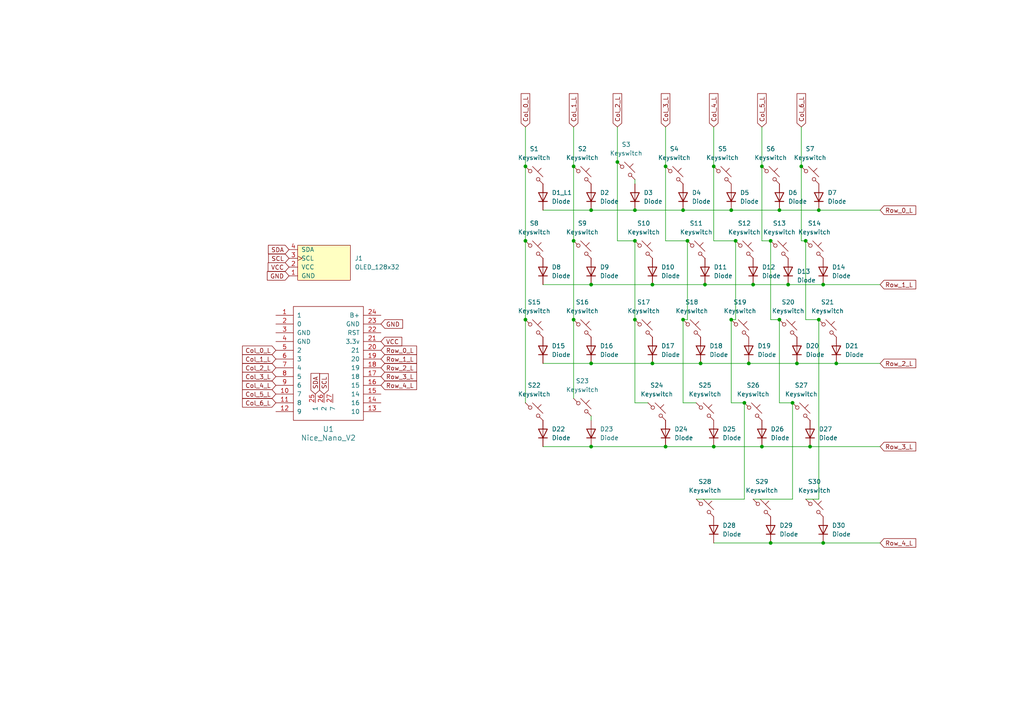
<source format=kicad_sch>
(kicad_sch (version 20250114) (generator "eeschema") (generator_version "9.0")
  (paper "A4")
  (lib_symbols
    (symbol "ScottoKeebs:MCU_Nice_Nano_V2" (pin_names (offset 1.016))
      (property "Reference" "U" (at 0 0 0))
      (property "Value" "Nice_Nano_V2" (at 0 -19.05 0))
      (symbol "MCU_Nice_Nano_V2_0_1"
        (rectangle (start -10.16 16.51) (end 10.16 -16.51))
      )
      (symbol "MCU_Nice_Nano_V2_1_1"
        (pin input line (at -15.24 13.97 0) (length 5.08) (name "1") (number "1"))
        (pin input line (at -15.24 11.43 0) (length 5.08) (name "0") (number "2"))
        (pin input line (at -15.24 8.89 0) (length 5.08) (name "GND") (number "3"))
        (pin input line (at -15.24 6.35 0) (length 5.08) (name "GND") (number "4"))
        (pin input line (at -15.24 3.81 0) (length 5.08) (name "2") (number "5"))
        (pin input line (at -15.24 1.27 0) (length 5.08) (name "3") (number "6"))
        (pin input line (at -15.24 -1.27 0) (length 5.08) (name "4") (number "7"))
        (pin input line (at -15.24 -3.81 0) (length 5.08) (name "5") (number "8"))
        (pin input line (at -15.24 -6.35 0) (length 5.08) (name "6") (number "9"))
        (pin input line (at -15.24 -8.89 0) (length 5.08) (name "7") (number "10"))
        (pin input line (at -15.24 -11.43 0) (length 5.08) (name "8") (number "11"))
        (pin input line (at -15.24 -13.97 0) (length 5.08) (name "9") (number "12"))
        (pin input line (at -3.81 -8.89 270) (length 2.5) (name "1") (number "25"))
        (pin input line (at -1.27 -8.89 270) (length 2.5) (name "2") (number "26"))
        (pin input line (at 1.27 -8.89 270) (length 2.5) (name "7") (number "27"))
        (pin input line (at 15.24 13.97 180) (length 5.08) (name "B+") (number "24"))
        (pin input line (at 15.24 11.43 180) (length 5.08) (name "GND") (number "23"))
        (pin input line (at 15.24 8.89 180) (length 5.08) (name "RST") (number "22"))
        (pin input line (at 15.24 6.35 180) (length 5.08) (name "3.3v") (number "21"))
        (pin input line (at 15.24 3.81 180) (length 5.08) (name "21") (number "20"))
        (pin input line (at 15.24 1.27 180) (length 5.08) (name "20") (number "19"))
        (pin input line (at 15.24 -1.27 180) (length 5.08) (name "19") (number "18"))
        (pin input line (at 15.24 -3.81 180) (length 5.08) (name "18") (number "17"))
        (pin input line (at 15.24 -6.35 180) (length 5.08) (name "15") (number "16"))
        (pin input line (at 15.24 -8.89 180) (length 5.08) (name "14") (number "15"))
        (pin input line (at 15.24 -11.43 180) (length 5.08) (name "16") (number "14"))
        (pin input line (at 15.24 -13.97 180) (length 5.08) (name "10") (number "13"))
      )
    )
    (symbol "ScottoKeebs:OLED_128x32" (pin_names (offset 1.016))
      (property "Reference" "J" (at 0 -6.35 0))
      (property "Value" "OLED_128x32" (at 0 6.35 0))
      (symbol "OLED_128x32_0_1"
        (rectangle (start 0 5.08) (end 15.24 -5.08) (fill (type background)))
      )
      (symbol "OLED_128x32_1_1"
        (pin bidirectional line (at -2.54 3.81 0) (length 2.54) (name "SDA") (number "4"))
        (pin input clock (at -2.54 1.27 0) (length 2.54) (name "SCL") (number "3"))
        (pin power_in line (at -2.54 -1.27 0) (length 2.54) (name "VCC") (number "2"))
        (pin power_in line (at -2.54 -3.81 0) (length 2.54) (name "GND") (number "1"))
      )
    )
    (symbol "ScottoKeebs:Placeholder_Diode" (pin_numbers (hide yes)) (pin_names (hide yes))
      (property "Reference" "D" (at 0 2.54 0))
      (property "Value" "Diode" (at 0 -2.54 0))
      (symbol "Placeholder_Diode_0_1"
        (polyline (pts (xy -1.27 1.27) (xy -1.27 -1.27)) (stroke (width 0.254)))
        (polyline (pts (xy 1.27 1.27) (xy 1.27 -1.27) (xy -1.27 0) (xy 1.27 1.27)) (stroke (width 0.254)))
        (polyline (pts (xy 1.27 0) (xy -1.27 0)))
      )
      (symbol "Placeholder_Diode_1_1"
        (pin passive line (at -3.81 0 0) (length 2.54) (name "K") (number "1"))
        (pin passive line (at 3.81 0 180) (length 2.54) (name "A") (number "2"))
      )
    )
    (symbol "ScottoKeebs:Placeholder_Keyswitch" (pin_numbers (hide yes)) (pin_names (offset 1.016) (hide yes))
      (property "Reference" "S" (at 3.048 1.016 0))
      (property "Value" "Keyswitch" (at 0 -3.81 0))
      (symbol "Placeholder_Keyswitch_0_1"
        (polyline (pts (xy -2.54 2.54) (xy -1.524 1.524) (xy -1.524 1.524)))
        (circle (center -1.1684 1.1684) (radius 0.508))
        (polyline (pts (xy -0.508 2.54) (xy 2.54 -0.508)))
        (polyline (pts (xy 1.016 1.016) (xy 2.032 2.032)))
        (circle (center 1.143 -1.1938) (radius 0.508))
        (polyline (pts (xy 1.524 -1.524) (xy 2.54 -2.54) (xy 2.54 -2.54) (xy 2.54 -2.54)))
        (pin passive line (at -2.54 2.54 0) (length 0) (name "1") (number "1"))
        (pin passive line (at 2.54 -2.54 180) (length 0) (name "2") (number "2"))
      )
    )
  )
  (junction (at 217.17 105.41))
  (junction (at 212.09 60.96))
  (junction (at 233.68 69.85))
  (junction (at 238.76 82.55))
  (junction (at 184.15 60.96))
  (junction (at 218.44 82.55))
  (junction (at 166.37 92.71))
  (junction (at 152.4 69.85))
  (junction (at 213.36 69.85))
  (junction (at 203.2 105.41))
  (junction (at 223.52 157.48))
  (junction (at 229.87 116.84))
  (junction (at 189.23 82.55))
  (junction (at 223.52 69.85))
  (junction (at 204.47 82.55))
  (junction (at 184.15 69.85))
  (junction (at 232.41 48.26))
  (junction (at 226.06 60.96))
  (junction (at 171.45 105.41))
  (junction (at 184.15 92.71))
  (junction (at 199.39 69.85))
  (junction (at 166.37 48.26))
  (junction (at 231.14 105.41))
  (junction (at 193.04 129.54))
  (junction (at 237.49 60.96))
  (junction (at 237.49 92.71))
  (junction (at 220.98 48.26))
  (junction (at 238.76 157.48))
  (junction (at 171.45 129.54))
  (junction (at 189.23 105.41))
  (junction (at 171.45 82.55))
  (junction (at 234.95 129.54))
  (junction (at 152.4 92.71))
  (junction (at 207.01 48.26))
  (junction (at 198.12 92.71))
  (junction (at 228.6 82.55))
  (junction (at 226.06 92.71))
  (junction (at 207.01 129.54))
  (junction (at 179.07 46.99))
  (junction (at 193.04 48.26))
  (junction (at 171.45 60.96))
  (junction (at 152.4 48.26))
  (junction (at 215.9 116.84))
  (junction (at 220.98 129.54))
  (junction (at 212.09 92.71))
  (junction (at 242.57 105.41))
  (junction (at 198.12 60.96))
  (junction (at 166.37 69.85))
  (wire (pts (xy 193.04 129.54) (xy 207.01 129.54)))
  (wire (pts (xy 237.49 144.78) (xy 233.68 144.78)))
  (wire (pts (xy 231.14 105.41) (xy 242.57 105.41)))
  (wire (pts (xy 237.49 92.71) (xy 237.49 144.78)))
  (wire (pts (xy 212.09 116.84) (xy 215.9 116.84)))
  (wire (pts (xy 171.45 121.92) (xy 171.45 120.65)))
  (wire (pts (xy 179.07 36.83) (xy 179.07 46.99)))
  (wire (pts (xy 212.09 60.96) (xy 226.06 60.96)))
  (wire (pts (xy 171.45 60.96) (xy 184.15 60.96)))
  (wire (pts (xy 220.98 48.26) (xy 220.98 69.85)))
  (wire (pts (xy 232.41 36.83) (xy 232.41 48.26)))
  (wire (pts (xy 207.01 129.54) (xy 220.98 129.54)))
  (wire (pts (xy 207.01 69.85) (xy 213.36 69.85)))
  (wire (pts (xy 242.57 105.41) (xy 255.27 105.41)))
  (wire (pts (xy 207.01 48.26) (xy 207.01 69.85)))
  (wire (pts (xy 220.98 129.54) (xy 234.95 129.54)))
  (wire (pts (xy 223.52 157.48) (xy 238.76 157.48)))
  (wire (pts (xy 226.06 116.84) (xy 229.87 116.84)))
  (wire (pts (xy 233.68 69.85) (xy 233.68 92.71)))
  (wire (pts (xy 157.48 129.54) (xy 171.45 129.54)))
  (wire (pts (xy 184.15 53.34) (xy 184.15 52.07)))
  (wire (pts (xy 199.39 69.85) (xy 199.39 92.71)))
  (wire (pts (xy 184.15 69.85) (xy 184.15 92.71)))
  (wire (pts (xy 212.09 92.71) (xy 212.09 116.84)))
  (wire (pts (xy 198.12 116.84) (xy 201.93 116.84)))
  (wire (pts (xy 189.23 82.55) (xy 204.47 82.55)))
  (wire (pts (xy 233.68 92.71) (xy 237.49 92.71)))
  (wire (pts (xy 213.36 92.71) (xy 212.09 92.71)))
  (wire (pts (xy 152.4 69.85) (xy 152.4 92.71)))
  (wire (pts (xy 229.87 116.84) (xy 229.87 144.78)))
  (wire (pts (xy 203.2 105.41) (xy 217.17 105.41)))
  (wire (pts (xy 184.15 116.84) (xy 187.96 116.84)))
  (wire (pts (xy 157.48 60.96) (xy 171.45 60.96)))
  (wire (pts (xy 184.15 92.71) (xy 184.15 116.84)))
  (wire (pts (xy 232.41 48.26) (xy 232.41 69.85)))
  (wire (pts (xy 193.04 48.26) (xy 193.04 69.85)))
  (wire (pts (xy 207.01 36.83) (xy 207.01 48.26)))
  (wire (pts (xy 193.04 69.85) (xy 199.39 69.85)))
  (wire (pts (xy 226.06 92.71) (xy 226.06 116.84)))
  (wire (pts (xy 171.45 82.55) (xy 189.23 82.55)))
  (wire (pts (xy 226.06 60.96) (xy 237.49 60.96)))
  (wire (pts (xy 234.95 129.54) (xy 255.27 129.54)))
  (wire (pts (xy 220.98 69.85) (xy 223.52 69.85)))
  (wire (pts (xy 166.37 48.26) (xy 166.37 69.85)))
  (wire (pts (xy 238.76 157.48) (xy 255.27 157.48)))
  (wire (pts (xy 215.9 116.84) (xy 215.9 144.78)))
  (wire (pts (xy 157.48 82.55) (xy 171.45 82.55)))
  (wire (pts (xy 232.41 69.85) (xy 233.68 69.85)))
  (wire (pts (xy 193.04 36.83) (xy 193.04 48.26)))
  (wire (pts (xy 213.36 69.85) (xy 213.36 92.71)))
  (wire (pts (xy 223.52 69.85) (xy 223.52 92.71)))
  (wire (pts (xy 198.12 60.96) (xy 212.09 60.96)))
  (wire (pts (xy 166.37 92.71) (xy 166.37 115.57)))
  (wire (pts (xy 220.98 36.83) (xy 220.98 48.26)))
  (wire (pts (xy 179.07 69.85) (xy 184.15 69.85)))
  (wire (pts (xy 166.37 36.83) (xy 166.37 48.26)))
  (wire (pts (xy 171.45 129.54) (xy 193.04 129.54)))
  (wire (pts (xy 198.12 92.71) (xy 198.12 116.84)))
  (wire (pts (xy 215.9 144.78) (xy 201.93 144.78)))
  (wire (pts (xy 171.45 105.41) (xy 189.23 105.41)))
  (wire (pts (xy 228.6 82.55) (xy 238.76 82.55)))
  (wire (pts (xy 217.17 105.41) (xy 231.14 105.41)))
  (wire (pts (xy 223.52 92.71) (xy 226.06 92.71)))
  (wire (pts (xy 199.39 92.71) (xy 198.12 92.71)))
  (wire (pts (xy 152.4 48.26) (xy 152.4 69.85)))
  (wire (pts (xy 166.37 69.85) (xy 166.37 92.71)))
  (wire (pts (xy 238.76 82.55) (xy 255.27 82.55)))
  (wire (pts (xy 204.47 82.55) (xy 218.44 82.55)))
  (wire (pts (xy 207.01 157.48) (xy 223.52 157.48)))
  (wire (pts (xy 189.23 105.41) (xy 203.2 105.41)))
  (wire (pts (xy 184.15 60.96) (xy 198.12 60.96)))
  (wire (pts (xy 229.87 144.78) (xy 218.44 144.78)))
  (wire (pts (xy 157.48 105.41) (xy 171.45 105.41)))
  (wire (pts (xy 237.49 60.96) (xy 255.27 60.96)))
  (wire (pts (xy 218.44 82.55) (xy 228.6 82.55)))
  (wire (pts (xy 152.4 36.83) (xy 152.4 48.26)))
  (wire (pts (xy 152.4 92.71) (xy 152.4 116.84)))
  (wire (pts (xy 179.07 46.99) (xy 179.07 69.85)))
  (global_label "Row_0_L" (shape input) (at 255.27 60.96 0) (property "Intersheetrefs" "${INTERSHEET_REFS}" (effects (hide yes))))
  (global_label "GND" (shape input) (at 110.49 93.98 0) (property "Intersheetrefs" "${INTERSHEET_REFS}" (effects (hide yes))))
  (global_label "Col_3_L" (shape input) (at 80.01 109.22 180) (property "Intersheetrefs" "${INTERSHEET_REFS}" (effects (hide yes))))
  (global_label "Col_1_L" (shape input) (at 166.37 36.83 90) (property "Intersheetrefs" "${INTERSHEET_REFS}" (effects (hide yes))))
  (global_label "Col_0_L" (shape input) (at 152.4 36.83 90) (property "Intersheetrefs" "${INTERSHEET_REFS}" (effects (hide yes))))
  (global_label "SCL" (shape input) (at 83.82 74.93 180) (property "Intersheetrefs" "${INTERSHEET_REFS}" (effects (hide yes))))
  (global_label "Row_3_L" (shape input) (at 255.27 129.54 0) (property "Intersheetrefs" "${INTERSHEET_REFS}" (effects (hide yes))))
  (global_label "Col_4_L" (shape input) (at 207.01 36.83 90) (property "Intersheetrefs" "${INTERSHEET_REFS}" (effects (hide yes))))
  (global_label "Row_2_L" (shape input) (at 255.27 105.41 0) (property "Intersheetrefs" "${INTERSHEET_REFS}" (effects (hide yes))))
  (global_label "SDA" (shape input) (at 83.82 72.39 180) (property "Intersheetrefs" "${INTERSHEET_REFS}" (effects (hide yes))))
  (global_label "Row_4_L" (shape input) (at 110.49 111.76 0) (property "Intersheetrefs" "${INTERSHEET_REFS}" (effects (hide yes))))
  (global_label "Col_5_L" (shape input) (at 220.98 36.83 90) (property "Intersheetrefs" "${INTERSHEET_REFS}" (effects (hide yes))))
  (global_label "Col_2_L" (shape input) (at 80.01 106.68 180) (property "Intersheetrefs" "${INTERSHEET_REFS}" (effects (hide yes))))
  (global_label "Col_5_L" (shape input) (at 80.01 114.3 180) (property "Intersheetrefs" "${INTERSHEET_REFS}" (effects (hide yes))))
  (global_label "VCC" (shape input) (at 110.49 99.06 0) (property "Intersheetrefs" "${INTERSHEET_REFS}" (effects (hide yes))))
  (global_label "Row_4_L" (shape input) (at 255.27 157.48 0) (property "Intersheetrefs" "${INTERSHEET_REFS}" (effects (hide yes))))
  (global_label "Col_4_L" (shape input) (at 80.01 111.76 180) (property "Intersheetrefs" "${INTERSHEET_REFS}" (effects (hide yes))))
  (global_label "Col_2_L" (shape input) (at 179.07 36.83 90) (property "Intersheetrefs" "${INTERSHEET_REFS}" (effects (hide yes))))
  (global_label "Col_1_L" (shape input) (at 80.01 104.14 180) (property "Intersheetrefs" "${INTERSHEET_REFS}" (effects (hide yes))))
  (global_label "SCL" (shape input) (at 93.98 114.3 90) (property "Intersheetrefs" "${INTERSHEET_REFS}" (effects (hide yes))))
  (global_label "SDA" (shape input) (at 91.44 114.3 90) (property "Intersheetrefs" "${INTERSHEET_REFS}" (effects (hide yes))))
  (global_label "GND" (shape input) (at 83.82 80.01 180) (property "Intersheetrefs" "${INTERSHEET_REFS}" (effects (hide yes))))
  (global_label "VCC" (shape input) (at 83.82 77.47 180) (property "Intersheetrefs" "${INTERSHEET_REFS}" (effects (hide yes))))
  (global_label "Row_1_L" (shape input) (at 255.27 82.55 0) (property "Intersheetrefs" "${INTERSHEET_REFS}" (effects (hide yes))))
  (global_label "Row_3_L" (shape input) (at 110.49 109.22 0) (property "Intersheetrefs" "${INTERSHEET_REFS}" (effects (hide yes))))
  (global_label "Row_0_L" (shape input) (at 110.49 101.6 0) (property "Intersheetrefs" "${INTERSHEET_REFS}" (effects (hide yes))))
  (global_label "Col_6_L" (shape input) (at 80.01 116.84 180) (property "Intersheetrefs" "${INTERSHEET_REFS}" (effects (hide yes))))
  (global_label "Col_3_L" (shape input) (at 193.04 36.83 90) (property "Intersheetrefs" "${INTERSHEET_REFS}" (effects (hide yes))))
  (global_label "Col_6_L" (shape input) (at 232.41 36.83 90) (property "Intersheetrefs" "${INTERSHEET_REFS}" (effects (hide yes))))
  (global_label "Row_2_L" (shape input) (at 110.49 106.68 0) (property "Intersheetrefs" "${INTERSHEET_REFS}" (effects (hide yes))))
  (global_label "Col_0_L" (shape input) (at 80.01 101.6 180) (property "Intersheetrefs" "${INTERSHEET_REFS}" (effects (hide yes))))
  (global_label "Row_1_L" (shape input) (at 110.49 104.14 0) (property "Intersheetrefs" "${INTERSHEET_REFS}" (effects (hide yes))))
  (symbol (lib_id "ScottoKeebs:Placeholder_Keyswitch") (at 223.52 50.8 0) (unit 1)
    (property "Reference" "S6" (at 223.52 43.18 0))
    (property "Value" "Keyswitch" (at 223.52 45.72 0))
    (property "Footprint" "ScottoKeebs_Choc:Choc_V2" (effects (hide yes)))
    (property "Description" "Push button switch, normally open, two pins, 45° tilted" (effects (hide yes)))
  )
  (symbol (lib_id "ScottoKeebs:Placeholder_Keyswitch") (at 218.44 119.38 0) (unit 1)
    (property "Reference" "S26" (at 218.44 111.76 0))
    (property "Value" "Keyswitch" (at 218.44 114.3 0))
    (property "Footprint" "ScottoKeebs_Choc:Choc_V2" (effects (hide yes)))
    (property "Description" "Push button switch, normally open, two pins, 45° tilted" (effects (hide yes)))
  )
  (symbol (lib_id "ScottoKeebs:Placeholder_Diode") (at 189.23 78.74 90) (unit 1)
    (property "Reference" "D10" (at 191.77 77.4699 90) (effects (justify right)))
    (property "Value" "Diode" (at 191.77 80.0099 90) (effects (justify right)))
    (property "Footprint" "Diode_SMD:D_SOD-123" (effects (hide yes)))
    (property "Description" "1N4148 (DO-35) or 1N4148W (SOD-123)" (effects (hide yes)))
    (property "Sim.Device" "D" (effects (hide yes)))
    (property "Sim.Pins" "1=K 2=A" (effects (hide yes)))
  )
  (symbol (lib_id "ScottoKeebs:Placeholder_Keyswitch") (at 154.94 72.39 0) (unit 1)
    (property "Reference" "S8" (at 154.94 64.77 0))
    (property "Value" "Keyswitch" (at 154.94 67.31 0))
    (property "Footprint" "ScottoKeebs_Choc:Choc_V2" (effects (hide yes)))
    (property "Description" "Push button switch, normally open, two pins, 45° tilted" (effects (hide yes)))
  )
  (symbol (lib_id "ScottoKeebs:Placeholder_Keyswitch") (at 204.47 119.38 0) (unit 1)
    (property "Reference" "S25" (at 204.47 111.76 0))
    (property "Value" "Keyswitch" (at 204.47 114.3 0))
    (property "Footprint" "ScottoKeebs_Choc:Choc_V2" (effects (hide yes)))
    (property "Description" "Push button switch, normally open, two pins, 45° tilted" (effects (hide yes)))
  )
  (symbol (lib_id "ScottoKeebs:Placeholder_Keyswitch") (at 232.41 119.38 0) (unit 1)
    (property "Reference" "S27" (at 232.41 111.76 0))
    (property "Value" "Keyswitch" (at 232.41 114.3 0))
    (property "Footprint" "ScottoKeebs_Choc:Choc_V2" (effects (hide yes)))
    (property "Description" "Push button switch, normally open, two pins, 45° tilted" (effects (hide yes)))
  )
  (symbol (lib_id "ScottoKeebs:Placeholder_Keyswitch") (at 154.94 119.38 0) (unit 1)
    (property "Reference" "S22" (at 154.94 111.76 0))
    (property "Value" "Keyswitch" (at 154.94 114.3 0))
    (property "Footprint" "ScottoKeebs_Choc:Choc_V2" (effects (hide yes)))
    (property "Description" "Push button switch, normally open, two pins, 45° tilted" (effects (hide yes)))
  )
  (symbol (lib_id "ScottoKeebs:Placeholder_Diode") (at 203.2 101.6 90) (unit 1)
    (property "Reference" "D18" (at 205.74 100.3299 90) (effects (justify right)))
    (property "Value" "Diode" (at 205.74 102.8699 90) (effects (justify right)))
    (property "Footprint" "Diode_SMD:D_SOD-123" (effects (hide yes)))
    (property "Description" "1N4148 (DO-35) or 1N4148W (SOD-123)" (effects (hide yes)))
    (property "Sim.Device" "D" (effects (hide yes)))
    (property "Sim.Pins" "1=K 2=A" (effects (hide yes)))
  )
  (symbol (lib_id "ScottoKeebs:Placeholder_Keyswitch") (at 228.6 95.25 0) (unit 1)
    (property "Reference" "S20" (at 228.6 87.63 0))
    (property "Value" "Keyswitch" (at 228.6 90.17 0))
    (property "Footprint" "ScottoKeebs_Choc:Choc_V2" (effects (hide yes)))
    (property "Description" "Push button switch, normally open, two pins, 45° tilted" (effects (hide yes)))
  )
  (symbol (lib_id "ScottoKeebs:Placeholder_Keyswitch") (at 168.91 95.25 0) (unit 1)
    (property "Reference" "S16" (at 168.91 87.63 0))
    (property "Value" "Keyswitch" (at 168.91 90.17 0))
    (property "Footprint" "ScottoKeebs_Choc:Choc_V2" (effects (hide yes)))
    (property "Description" "Push button switch, normally open, two pins, 45° tilted" (effects (hide yes)))
  )
  (symbol (lib_id "ScottoKeebs:Placeholder_Keyswitch") (at 204.47 147.32 0) (unit 1)
    (property "Reference" "S28" (at 204.47 139.7 0))
    (property "Value" "Keyswitch" (at 204.47 142.24 0))
    (property "Footprint" "ScottoKeebs_Choc:Choc_V2" (effects (hide yes)))
    (property "Description" "Push button switch, normally open, two pins, 45° tilted" (effects (hide yes)))
  )
  (symbol (lib_id "ScottoKeebs:Placeholder_Diode") (at 204.47 78.74 90) (unit 1)
    (property "Reference" "D11" (at 207.01 77.4699 90) (effects (justify right)))
    (property "Value" "Diode" (at 207.01 80.0099 90) (effects (justify right)))
    (property "Footprint" "Diode_SMD:D_SOD-123" (effects (hide yes)))
    (property "Description" "1N4148 (DO-35) or 1N4148W (SOD-123)" (effects (hide yes)))
    (property "Sim.Device" "D" (effects (hide yes)))
    (property "Sim.Pins" "1=K 2=A" (effects (hide yes)))
  )
  (symbol (lib_id "ScottoKeebs:Placeholder_Keyswitch") (at 201.93 72.39 0) (unit 1)
    (property "Reference" "S11" (at 201.93 64.77 0))
    (property "Value" "Keyswitch" (at 201.93 67.31 0))
    (property "Footprint" "ScottoKeebs_Choc:Choc_V2" (effects (hide yes)))
    (property "Description" "Push button switch, normally open, two pins, 45° tilted" (effects (hide yes)))
  )
  (symbol (lib_id "ScottoKeebs:Placeholder_Diode") (at 184.15 57.15 90) (unit 1)
    (property "Reference" "D3" (at 186.69 55.8799 90) (effects (justify right)))
    (property "Value" "Diode" (at 186.69 58.4199 90) (effects (justify right)))
    (property "Footprint" "Diode_SMD:D_SOD-123" (effects (hide yes)))
    (property "Description" "1N4148 (DO-35) or 1N4148W (SOD-123)" (effects (hide yes)))
    (property "Sim.Device" "D" (effects (hide yes)))
    (property "Sim.Pins" "1=K 2=A" (effects (hide yes)))
  )
  (symbol (lib_id "ScottoKeebs:Placeholder_Keyswitch") (at 200.66 95.25 0) (unit 1)
    (property "Reference" "S18" (at 200.66 87.63 0))
    (property "Value" "Keyswitch" (at 200.66 90.17 0))
    (property "Footprint" "ScottoKeebs_Choc:Choc_V2" (effects (hide yes)))
    (property "Description" "Push button switch, normally open, two pins, 45° tilted" (effects (hide yes)))
  )
  (symbol (lib_id "ScottoKeebs:Placeholder_Keyswitch") (at 168.91 50.8 0) (unit 1)
    (property "Reference" "S2" (at 168.91 43.18 0))
    (property "Value" "Keyswitch" (at 168.91 45.72 0))
    (property "Footprint" "ScottoKeebs_Choc:Choc_V2" (effects (hide yes)))
    (property "Description" "Push button switch, normally open, two pins, 45° tilted" (effects (hide yes)))
  )
  (symbol (lib_id "ScottoKeebs:Placeholder_Keyswitch") (at 209.55 50.8 0) (unit 1)
    (property "Reference" "S5" (at 209.55 43.18 0))
    (property "Value" "Keyswitch" (at 209.55 45.72 0))
    (property "Footprint" "ScottoKeebs_Choc:Choc_V2" (effects (hide yes)))
    (property "Description" "Push button switch, normally open, two pins, 45° tilted" (effects (hide yes)))
  )
  (symbol (lib_id "ScottoKeebs:Placeholder_Keyswitch") (at 236.22 72.39 0) (unit 1)
    (property "Reference" "S14" (at 236.22 64.77 0))
    (property "Value" "Keyswitch" (at 236.22 67.31 0))
    (property "Footprint" "ScottoKeebs_Choc:Choc_V2" (effects (hide yes)))
    (property "Description" "Push button switch, normally open, two pins, 45° tilted" (effects (hide yes)))
  )
  (symbol (lib_id "ScottoKeebs:OLED_128x32") (at 86.36 76.2 0) (unit 1)
    (property "Reference" "J1" (at 102.87 74.9299 0) (effects (justify left)))
    (property "Value" "OLED_128x32" (at 102.87 77.4699 0) (effects (justify left)))
    (property "Footprint" "ScottoKeebs_Components:OLED_128x32" (effects (hide yes)))
  )
  (symbol (lib_id "ScottoKeebs:Placeholder_Diode") (at 223.52 153.67 90) (unit 1)
    (property "Reference" "D29" (at 226.06 152.3999 90) (effects (justify right)))
    (property "Value" "Diode" (at 226.06 154.9399 90) (effects (justify right)))
    (property "Footprint" "Diode_SMD:D_SOD-123" (effects (hide yes)))
    (property "Description" "1N4148 (DO-35) or 1N4148W (SOD-123)" (effects (hide yes)))
    (property "Sim.Device" "D" (effects (hide yes)))
    (property "Sim.Pins" "1=K 2=A" (effects (hide yes)))
  )
  (symbol (lib_id "ScottoKeebs:Placeholder_Keyswitch") (at 234.95 50.8 0) (unit 1)
    (property "Reference" "S7" (at 234.95 43.18 0))
    (property "Value" "Keyswitch" (at 234.95 45.72 0))
    (property "Footprint" "ScottoKeebs_Choc:Choc_V2" (effects (hide yes)))
    (property "Description" "Push button switch, normally open, two pins, 45° tilted" (effects (hide yes)))
  )
  (symbol (lib_id "ScottoKeebs:Placeholder_Diode") (at 226.06 57.15 90) (unit 1)
    (property "Reference" "D6" (at 228.6 55.8799 90) (effects (justify right)))
    (property "Value" "Diode" (at 228.6 58.4199 90) (effects (justify right)))
    (property "Footprint" "Diode_SMD:D_SOD-123" (effects (hide yes)))
    (property "Description" "1N4148 (DO-35) or 1N4148W (SOD-123)" (effects (hide yes)))
    (property "Sim.Device" "D" (effects (hide yes)))
    (property "Sim.Pins" "1=K 2=A" (effects (hide yes)))
  )
  (symbol (lib_id "ScottoKeebs:Placeholder_Keyswitch") (at 186.69 72.39 0) (unit 1)
    (property "Reference" "S10" (at 186.69 64.77 0))
    (property "Value" "Keyswitch" (at 186.69 67.31 0))
    (property "Footprint" "ScottoKeebs_Choc:Choc_V2" (effects (hide yes)))
    (property "Description" "Push button switch, normally open, two pins, 45° tilted" (effects (hide yes)))
  )
  (symbol (lib_id "ScottoKeebs:Placeholder_Diode") (at 242.57 101.6 90) (unit 1)
    (property "Reference" "D21" (at 245.11 100.3299 90) (effects (justify right)))
    (property "Value" "Diode" (at 245.11 102.8699 90) (effects (justify right)))
    (property "Footprint" "Diode_SMD:D_SOD-123" (effects (hide yes)))
    (property "Description" "1N4148 (DO-35) or 1N4148W (SOD-123)" (effects (hide yes)))
    (property "Sim.Device" "D" (effects (hide yes)))
    (property "Sim.Pins" "1=K 2=A" (effects (hide yes)))
  )
  (symbol (lib_id "ScottoKeebs:Placeholder_Keyswitch") (at 215.9 72.39 0) (unit 1)
    (property "Reference" "S12" (at 215.9 64.77 0))
    (property "Value" "Keyswitch" (at 215.9 67.31 0))
    (property "Footprint" "ScottoKeebs_Choc:Choc_V2" (effects (hide yes)))
    (property "Description" "Push button switch, normally open, two pins, 45° tilted" (effects (hide yes)))
  )
  (symbol (lib_id "ScottoKeebs:Placeholder_Keyswitch") (at 214.63 95.25 0) (unit 1)
    (property "Reference" "S19" (at 214.63 87.63 0))
    (property "Value" "Keyswitch" (at 214.63 90.17 0))
    (property "Footprint" "ScottoKeebs_Choc:Choc_V2" (effects (hide yes)))
    (property "Description" "Push button switch, normally open, two pins, 45° tilted" (effects (hide yes)))
  )
  (symbol (lib_id "ScottoKeebs:Placeholder_Diode") (at 198.12 57.15 90) (unit 1)
    (property "Reference" "D4" (at 200.66 55.8799 90) (effects (justify right)))
    (property "Value" "Diode" (at 200.66 58.4199 90) (effects (justify right)))
    (property "Footprint" "Diode_SMD:D_SOD-123" (effects (hide yes)))
    (property "Description" "1N4148 (DO-35) or 1N4148W (SOD-123)" (effects (hide yes)))
    (property "Sim.Device" "D" (effects (hide yes)))
    (property "Sim.Pins" "1=K 2=A" (effects (hide yes)))
  )
  (symbol (lib_id "ScottoKeebs:Placeholder_Keyswitch") (at 181.61 49.53 0) (unit 1)
    (property "Reference" "S3" (at 181.61 41.91 0))
    (property "Value" "Keyswitch" (at 181.61 44.45 0))
    (property "Footprint" "ScottoKeebs_Choc:Choc_V2" (effects (hide yes)))
    (property "Description" "Push button switch, normally open, two pins, 45° tilted" (effects (hide yes)))
  )
  (symbol (lib_id "ScottoKeebs:Placeholder_Diode") (at 171.45 57.15 90) (unit 1)
    (property "Reference" "D2" (at 173.99 55.8799 90) (effects (justify right)))
    (property "Value" "Diode" (at 173.99 58.4199 90) (effects (justify right)))
    (property "Footprint" "Diode_SMD:D_SOD-123" (effects (hide yes)))
    (property "Description" "1N4148 (DO-35) or 1N4148W (SOD-123)" (effects (hide yes)))
    (property "Sim.Device" "D" (effects (hide yes)))
    (property "Sim.Pins" "1=K 2=A" (effects (hide yes)))
  )
  (symbol (lib_id "ScottoKeebs:Placeholder_Keyswitch") (at 195.58 50.8 0) (unit 1)
    (property "Reference" "S4" (at 195.58 43.18 0))
    (property "Value" "Keyswitch" (at 195.58 45.72 0))
    (property "Footprint" "ScottoKeebs_Choc:Choc_V2" (effects (hide yes)))
    (property "Description" "Push button switch, normally open, two pins, 45° tilted" (effects (hide yes)))
  )
  (symbol (lib_id "ScottoKeebs:Placeholder_Keyswitch") (at 190.5 119.38 0) (unit 1)
    (property "Reference" "S24" (at 190.5 111.76 0))
    (property "Value" "Keyswitch" (at 190.5 114.3 0))
    (property "Footprint" "ScottoKeebs_Choc:Choc_V2" (effects (hide yes)))
    (property "Description" "Push button switch, normally open, two pins, 45° tilted" (effects (hide yes)))
  )
  (symbol (lib_id "ScottoKeebs:Placeholder_Keyswitch") (at 186.69 95.25 0) (unit 1)
    (property "Reference" "S17" (at 186.69 87.63 0))
    (property "Value" "Keyswitch" (at 186.69 90.17 0))
    (property "Footprint" "ScottoKeebs_Choc:Choc_V2" (effects (hide yes)))
    (property "Description" "Push button switch, normally open, two pins, 45° tilted" (effects (hide yes)))
  )
  (symbol (lib_id "ScottoKeebs:Placeholder_Diode") (at 212.09 57.15 90) (unit 1)
    (property "Reference" "D5" (at 214.63 55.8799 90) (effects (justify right)))
    (property "Value" "Diode" (at 214.63 58.4199 90) (effects (justify right)))
    (property "Footprint" "Diode_SMD:D_SOD-123" (effects (hide yes)))
    (property "Description" "1N4148 (DO-35) or 1N4148W (SOD-123)" (effects (hide yes)))
    (property "Sim.Device" "D" (effects (hide yes)))
    (property "Sim.Pins" "1=K 2=A" (effects (hide yes)))
  )
  (symbol (lib_id "ScottoKeebs:Placeholder_Diode") (at 238.76 78.74 90) (unit 1)
    (property "Reference" "D14" (at 241.3 77.4699 90) (effects (justify right)))
    (property "Value" "Diode" (at 241.3 80.0099 90) (effects (justify right)))
    (property "Footprint" "Diode_SMD:D_SOD-123" (effects (hide yes)))
    (property "Description" "1N4148 (DO-35) or 1N4148W (SOD-123)" (effects (hide yes)))
    (property "Sim.Device" "D" (effects (hide yes)))
    (property "Sim.Pins" "1=K 2=A" (effects (hide yes)))
  )
  (symbol (lib_id "ScottoKeebs:Placeholder_Diode") (at 157.48 78.74 90) (unit 1)
    (property "Reference" "D8" (at 160.02 77.4699 90) (effects (justify right)))
    (property "Value" "Diode" (at 160.02 80.0099 90) (effects (justify right)))
    (property "Footprint" "Diode_SMD:D_SOD-123" (effects (hide yes)))
    (property "Description" "1N4148 (DO-35) or 1N4148W (SOD-123)" (effects (hide yes)))
    (property "Sim.Device" "D" (effects (hide yes)))
    (property "Sim.Pins" "1=K 2=A" (effects (hide yes)))
  )
  (symbol (lib_id "ScottoKeebs:Placeholder_Diode") (at 193.04 125.73 90) (unit 1)
    (property "Reference" "D24" (at 195.58 124.4599 90) (effects (justify right)))
    (property "Value" "Diode" (at 195.58 126.9999 90) (effects (justify right)))
    (property "Footprint" "Diode_SMD:D_SOD-123" (effects (hide yes)))
    (property "Description" "1N4148 (DO-35) or 1N4148W (SOD-123)" (effects (hide yes)))
    (property "Sim.Device" "D" (effects (hide yes)))
    (property "Sim.Pins" "1=K 2=A" (effects (hide yes)))
  )
  (symbol (lib_id "ScottoKeebs:Placeholder_Diode") (at 171.45 125.73 90) (unit 1)
    (property "Reference" "D23" (at 173.99 124.4599 90) (effects (justify right)))
    (property "Value" "Diode" (at 173.99 126.9999 90) (effects (justify right)))
    (property "Footprint" "Diode_SMD:D_SOD-123" (effects (hide yes)))
    (property "Description" "1N4148 (DO-35) or 1N4148W (SOD-123)" (effects (hide yes)))
    (property "Sim.Device" "D" (effects (hide yes)))
    (property "Sim.Pins" "1=K 2=A" (effects (hide yes)))
  )
  (symbol (lib_id "ScottoKeebs:Placeholder_Diode") (at 157.48 57.15 90) (unit 1)
    (property "Reference" "D1_L1" (at 160.02 55.8799 90) (effects (justify right)))
    (property "Value" "Diode" (at 160.02 58.4199 90) (effects (justify right)))
    (property "Footprint" "Diode_SMD:D_SOD-123" (effects (hide yes)))
    (property "Description" "1N4148 (DO-35) or 1N4148W (SOD-123)" (effects (hide yes)))
    (property "Sim.Device" "D" (effects (hide yes)))
    (property "Sim.Pins" "1=K 2=A" (effects (hide yes)))
  )
  (symbol (lib_id "ScottoKeebs:Placeholder_Keyswitch") (at 226.06 72.39 0) (unit 1)
    (property "Reference" "S13" (at 226.06 64.77 0))
    (property "Value" "Keyswitch" (at 226.06 67.31 0))
    (property "Footprint" "ScottoKeebs_Choc:Choc_V2" (effects (hide yes)))
    (property "Description" "Push button switch, normally open, two pins, 45° tilted" (effects (hide yes)))
  )
  (symbol (lib_id "ScottoKeebs:Placeholder_Diode") (at 171.45 78.74 90) (unit 1)
    (property "Reference" "D9" (at 173.99 77.4699 90) (effects (justify right)))
    (property "Value" "Diode" (at 173.99 80.0099 90) (effects (justify right)))
    (property "Footprint" "Diode_SMD:D_SOD-123" (effects (hide yes)))
    (property "Description" "1N4148 (DO-35) or 1N4148W (SOD-123)" (effects (hide yes)))
    (property "Sim.Device" "D" (effects (hide yes)))
    (property "Sim.Pins" "1=K 2=A" (effects (hide yes)))
  )
  (symbol (lib_id "ScottoKeebs:Placeholder_Keyswitch") (at 236.22 147.32 0) (unit 1)
    (property "Reference" "S30" (at 236.22 139.7 0))
    (property "Value" "Keyswitch" (at 236.22 142.24 0))
    (property "Footprint" "ScottoKeebs_Choc:Choc_V2" (effects (hide yes)))
    (property "Description" "Push button switch, normally open, two pins, 45° tilted" (effects (hide yes)))
  )
  (symbol (lib_id "ScottoKeebs:Placeholder_Diode") (at 218.44 78.74 90) (unit 1)
    (property "Reference" "D12" (at 220.98 77.4699 90) (effects (justify right)))
    (property "Value" "Diode" (at 220.98 80.0099 90) (effects (justify right)))
    (property "Footprint" "Diode_SMD:D_SOD-123" (effects (hide yes)))
    (property "Description" "1N4148 (DO-35) or 1N4148W (SOD-123)" (effects (hide yes)))
    (property "Sim.Device" "D" (effects (hide yes)))
    (property "Sim.Pins" "1=K 2=A" (effects (hide yes)))
  )
  (symbol (lib_id "ScottoKeebs:Placeholder_Diode") (at 220.98 125.73 90) (unit 1)
    (property "Reference" "D26" (at 223.52 124.4599 90) (effects (justify right)))
    (property "Value" "Diode" (at 223.52 126.9999 90) (effects (justify right)))
    (property "Footprint" "Diode_SMD:D_SOD-123" (effects (hide yes)))
    (property "Description" "1N4148 (DO-35) or 1N4148W (SOD-123)" (effects (hide yes)))
    (property "Sim.Device" "D" (effects (hide yes)))
    (property "Sim.Pins" "1=K 2=A" (effects (hide yes)))
  )
  (symbol (lib_id "ScottoKeebs:Placeholder_Keyswitch") (at 154.94 95.25 0) (unit 1)
    (property "Reference" "S15" (at 154.94 87.63 0))
    (property "Value" "Keyswitch" (at 154.94 90.17 0))
    (property "Footprint" "ScottoKeebs_Choc:Choc_V2" (effects (hide yes)))
    (property "Description" "Push button switch, normally open, two pins, 45° tilted" (effects (hide yes)))
  )
  (symbol (lib_id "ScottoKeebs:Placeholder_Diode") (at 157.48 125.73 90) (unit 1)
    (property "Reference" "D22" (at 160.02 124.4599 90) (effects (justify right)))
    (property "Value" "Diode" (at 160.02 126.9999 90) (effects (justify right)))
    (property "Footprint" "Diode_SMD:D_SOD-123" (effects (hide yes)))
    (property "Description" "1N4148 (DO-35) or 1N4148W (SOD-123)" (effects (hide yes)))
    (property "Sim.Device" "D" (effects (hide yes)))
    (property "Sim.Pins" "1=K 2=A" (effects (hide yes)))
  )
  (symbol (lib_id "ScottoKeebs:Placeholder_Diode") (at 171.45 101.6 90) (unit 1)
    (property "Reference" "D16" (at 173.99 100.3299 90) (effects (justify right)))
    (property "Value" "Diode" (at 173.99 102.8699 90) (effects (justify right)))
    (property "Footprint" "Diode_SMD:D_SOD-123" (effects (hide yes)))
    (property "Description" "1N4148 (DO-35) or 1N4148W (SOD-123)" (effects (hide yes)))
    (property "Sim.Device" "D" (effects (hide yes)))
    (property "Sim.Pins" "1=K 2=A" (effects (hide yes)))
  )
  (symbol (lib_id "ScottoKeebs:Placeholder_Diode") (at 157.48 101.6 90) (unit 1)
    (property "Reference" "D15" (at 160.02 100.3299 90) (effects (justify right)))
    (property "Value" "Diode" (at 160.02 102.8699 90) (effects (justify right)))
    (property "Footprint" "Diode_SMD:D_SOD-123" (effects (hide yes)))
    (property "Description" "1N4148 (DO-35) or 1N4148W (SOD-123)" (effects (hide yes)))
    (property "Sim.Device" "D" (effects (hide yes)))
    (property "Sim.Pins" "1=K 2=A" (effects (hide yes)))
  )
  (symbol (lib_id "ScottoKeebs:Placeholder_Diode") (at 217.17 101.6 90) (unit 1)
    (property "Reference" "D19" (at 219.71 100.3299 90) (effects (justify right)))
    (property "Value" "Diode" (at 219.71 102.8699 90) (effects (justify right)))
    (property "Footprint" "Diode_SMD:D_SOD-123" (effects (hide yes)))
    (property "Description" "1N4148 (DO-35) or 1N4148W (SOD-123)" (effects (hide yes)))
    (property "Sim.Device" "D" (effects (hide yes)))
    (property "Sim.Pins" "1=K 2=A" (effects (hide yes)))
  )
  (symbol (lib_id "ScottoKeebs:Placeholder_Diode") (at 234.95 125.73 90) (unit 1)
    (property "Reference" "D27" (at 237.49 124.4599 90) (effects (justify right)))
    (property "Value" "Diode" (at 237.49 126.9999 90) (effects (justify right)))
    (property "Footprint" "Diode_SMD:D_SOD-123" (effects (hide yes)))
    (property "Description" "1N4148 (DO-35) or 1N4148W (SOD-123)" (effects (hide yes)))
    (property "Sim.Device" "D" (effects (hide yes)))
    (property "Sim.Pins" "1=K 2=A" (effects (hide yes)))
  )
  (symbol (lib_id "ScottoKeebs:Placeholder_Keyswitch") (at 154.94 50.8 0) (unit 1)
    (property "Reference" "S1" (at 154.94 43.18 0))
    (property "Value" "Keyswitch" (at 154.94 45.72 0))
    (property "Footprint" "ScottoKeebs_Choc:Choc_V2" (effects (hide yes)))
    (property "Description" "Push button switch, normally open, two pins, 45° tilted" (effects (hide yes)))
  )
  (symbol (lib_id "ScottoKeebs:Placeholder_Diode") (at 231.14 101.6 90) (unit 1)
    (property "Reference" "D20" (at 233.68 100.3299 90) (effects (justify right)))
    (property "Value" "Diode" (at 233.68 102.8699 90) (effects (justify right)))
    (property "Footprint" "Diode_SMD:D_SOD-123" (effects (hide yes)))
    (property "Description" "1N4148 (DO-35) or 1N4148W (SOD-123)" (effects (hide yes)))
    (property "Sim.Device" "D" (effects (hide yes)))
    (property "Sim.Pins" "1=K 2=A" (effects (hide yes)))
  )
  (symbol (lib_id "ScottoKeebs:Placeholder_Diode") (at 228.6 78.74 90) (unit 1)
    (property "Reference" "D13" (at 231.14 78.7399 90) (effects (justify right)))
    (property "Value" "Diode" (at 231.14 81.2799 90) (effects (justify right)))
    (property "Footprint" "Diode_SMD:D_SOD-123" (effects (hide yes)))
    (property "Description" "1N4148 (DO-35) or 1N4148W (SOD-123)" (effects (hide yes)))
    (property "Sim.Device" "D" (effects (hide yes)))
    (property "Sim.Pins" "1=K 2=A" (effects (hide yes)))
  )
  (symbol (lib_id "ScottoKeebs:Placeholder_Keyswitch") (at 168.91 118.11 0) (unit 1)
    (property "Reference" "S23" (at 168.91 110.49 0))
    (property "Value" "Keyswitch" (at 168.91 113.03 0))
    (property "Footprint" "ScottoKeebs_Choc:Choc_V2" (effects (hide yes)))
    (property "Description" "Push button switch, normally open, two pins, 45° tilted" (effects (hide yes)))
  )
  (symbol (lib_id "ScottoKeebs:Placeholder_Diode") (at 238.76 153.67 90) (unit 1)
    (property "Reference" "D30" (at 241.3 152.3999 90) (effects (justify right)))
    (property "Value" "Diode" (at 241.3 154.9399 90) (effects (justify right)))
    (property "Footprint" "Diode_SMD:D_SOD-123" (effects (hide yes)))
    (property "Description" "1N4148 (DO-35) or 1N4148W (SOD-123)" (effects (hide yes)))
    (property "Sim.Device" "D" (effects (hide yes)))
    (property "Sim.Pins" "1=K 2=A" (effects (hide yes)))
  )
  (symbol (lib_id "ScottoKeebs:Placeholder_Diode") (at 207.01 153.67 90) (unit 1)
    (property "Reference" "D28" (at 209.55 152.3999 90) (effects (justify right)))
    (property "Value" "Diode" (at 209.55 154.9399 90) (effects (justify right)))
    (property "Footprint" "Diode_SMD:D_SOD-123" (effects (hide yes)))
    (property "Description" "1N4148 (DO-35) or 1N4148W (SOD-123)" (effects (hide yes)))
    (property "Sim.Device" "D" (effects (hide yes)))
    (property "Sim.Pins" "1=K 2=A" (effects (hide yes)))
  )
  (symbol (lib_id "ScottoKeebs:Placeholder_Keyswitch") (at 240.03 95.25 0) (unit 1)
    (property "Reference" "S21" (at 240.03 87.63 0))
    (property "Value" "Keyswitch" (at 240.03 90.17 0))
    (property "Footprint" "ScottoKeebs_Choc:Choc_V2" (effects (hide yes)))
    (property "Description" "Push button switch, normally open, two pins, 45° tilted" (effects (hide yes)))
  )
  (symbol (lib_id "ScottoKeebs:Placeholder_Keyswitch") (at 168.91 72.39 0) (unit 1)
    (property "Reference" "S9" (at 168.91 64.77 0))
    (property "Value" "Keyswitch" (at 168.91 67.31 0))
    (property "Footprint" "ScottoKeebs_Choc:Choc_V2" (effects (hide yes)))
    (property "Description" "Push button switch, normally open, two pins, 45° tilted" (effects (hide yes)))
  )
  (symbol (lib_id "ScottoKeebs:Placeholder_Diode") (at 237.49 57.15 90) (unit 1)
    (property "Reference" "D7" (at 240.03 55.8799 90) (effects (justify right)))
    (property "Value" "Diode" (at 240.03 58.4199 90) (effects (justify right)))
    (property "Footprint" "Diode_SMD:D_SOD-123" (effects (hide yes)))
    (property "Description" "1N4148 (DO-35) or 1N4148W (SOD-123)" (effects (hide yes)))
    (property "Sim.Device" "D" (effects (hide yes)))
    (property "Sim.Pins" "1=K 2=A" (effects (hide yes)))
  )
  (symbol (lib_id "ScottoKeebs:Placeholder_Keyswitch") (at 220.98 147.32 0) (unit 1)
    (property "Reference" "S29" (at 220.98 139.7 0))
    (property "Value" "Keyswitch" (at 220.98 142.24 0))
    (property "Footprint" "ScottoKeebs_Choc:Choc_V2" (effects (hide yes)))
    (property "Description" "Push button switch, normally open, two pins, 45° tilted" (effects (hide yes)))
  )
  (symbol (lib_id "ScottoKeebs:Placeholder_Diode") (at 189.23 101.6 90) (unit 1)
    (property "Reference" "D17" (at 191.77 100.33 90) (effects (justify right)))
    (property "Value" "Diode" (at 191.77 102.8699 90) (effects (justify right)))
    (property "Footprint" "Diode_SMD:D_SOD-123" (effects (hide yes)))
    (property "Description" "1N4148 (DO-35) or 1N4148W (SOD-123)" (effects (hide yes)))
    (property "Sim.Device" "D" (effects (hide yes)))
    (property "Sim.Pins" "1=K 2=A" (effects (hide yes)))
  )
  (symbol (lib_id "ScottoKeebs:MCU_Nice_Nano_V2") (at 95.25 105.41 0) (unit 1)
    (property "Reference" "U1" (at 95.25 124.46 0) (effects (font (size 1.524 1.524))))
    (property "Value" "Nice_Nano_V2" (at 95.25 127 0) (effects (font (size 1.524 1.524))))
    (property "Footprint" "ScottoKeebs_MCU:Nice_Nano_V2" (effects (hide yes)))
  )
  (symbol (lib_id "ScottoKeebs:Placeholder_Diode") (at 207.01 125.73 90) (unit 1)
    (property "Reference" "D25" (at 209.55 124.4599 90) (effects (justify right)))
    (property "Value" "Diode" (at 209.55 126.9999 90) (effects (justify right)))
    (property "Footprint" "Diode_SMD:D_SOD-123" (effects (hide yes)))
    (property "Description" "1N4148 (DO-35) or 1N4148W (SOD-123)" (effects (hide yes)))
    (property "Sim.Device" "D" (effects (hide yes)))
    (property "Sim.Pins" "1=K 2=A" (effects (hide yes)))
  )
)
</source>
